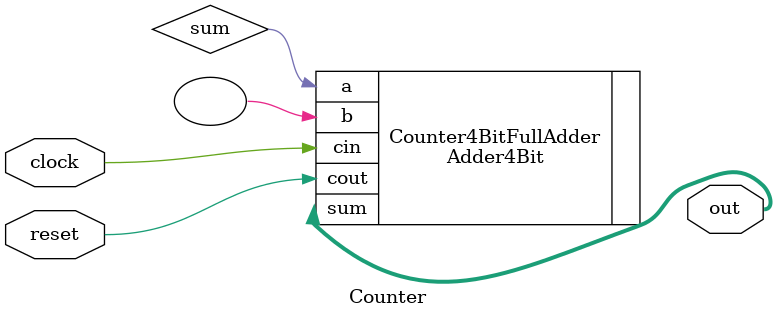
<source format=v>
/*
 * 4 bit Counter with 4-bit Full Adder
 * ================
 *
 * A simple 4 bit Counter with Full Adder Example
 *
 */

module Counter (
    input clock,  // Declare input port for clock to ensure counter can count
    input reset,  // Declare input port for reset to set the output to 0000 when counter reaches 5'b10000
    output reg[3:0] out  // Declare 4-bit output port for output Counter value 
);

// Instantiate full adders for bits 0 to 3
    Adder4Bit Counter4BitFullAdder (
        .cin (clock   ),
        .a   (sum     ),
        .b   (        ),
        .sum (out     ),
        .cout(reset   )
    );
endmodule

</source>
